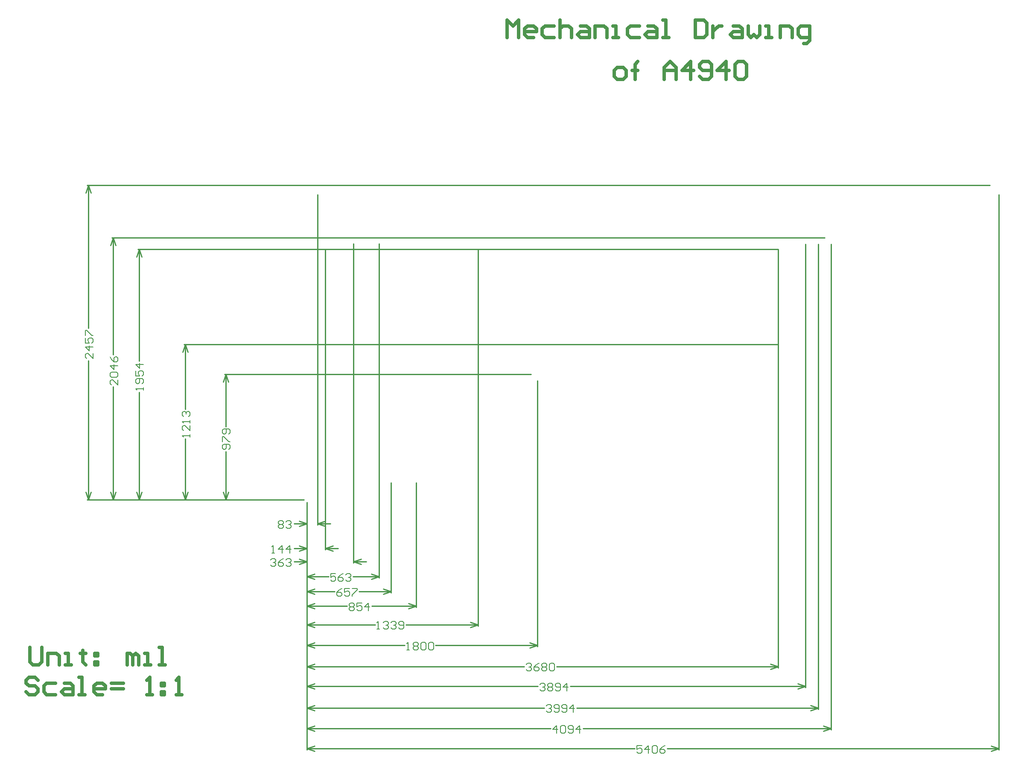
<source format=gm1>
G04*
G04 #@! TF.GenerationSoftware,Altium Limited,Altium Designer,20.0.7 (75)*
G04*
G04 Layer_Color=16711935*
%FSLAX25Y25*%
%MOIN*%
G70*
G01*
G75*
%ADD79C,0.01000*%
%ADD80C,0.02756*%
%ADD81C,0.00600*%
D79*
X3120472Y427165D02*
X3126472Y429165D01*
X3120472Y427165D02*
X3126472Y425165D01*
X3482500D02*
X3488500Y427165D01*
X3482500Y429165D02*
X3488500Y427165D01*
X3120472D02*
X3290290D01*
X3315483D02*
X3488500D01*
X3120472Y426165D02*
Y555299D01*
X3488500Y426165D02*
Y752913D01*
X3120472Y394882D02*
X3126472Y396882D01*
X3120472Y394882D02*
X3126472Y392882D01*
X3513900D02*
X3519900Y394882D01*
X3513900Y396882D02*
X3519900Y394882D01*
X3120472D02*
X3305990D01*
X3331183D02*
X3519900D01*
X3120472Y393882D02*
Y555299D01*
X3519900Y393882D02*
Y756903D01*
X3120472Y411811D02*
X3126472Y413811D01*
X3120472Y411811D02*
X3126472Y409811D01*
X3503900D02*
X3509900Y411811D01*
X3503900Y413811D02*
X3509900Y411811D01*
X3120472D02*
X3300990D01*
X3326183D02*
X3509900D01*
X3120472Y410811D02*
Y555299D01*
X3509900Y410811D02*
Y756903D01*
X3120472Y378740D02*
X3126472Y380740D01*
X3120472Y378740D02*
X3126472Y376740D01*
X3523900D02*
X3529900Y378740D01*
X3523900Y380740D02*
X3529900Y378740D01*
X3120472D02*
X3310990D01*
X3336183D02*
X3529900D01*
X3120472Y377740D02*
Y555299D01*
X3529900Y377740D02*
Y756903D01*
X3120472Y362992D02*
X3126472Y364992D01*
X3120472Y362992D02*
X3126472Y360992D01*
X3655024D02*
X3661024Y362992D01*
X3655024Y364992D02*
X3661024Y362992D01*
X3120472D02*
X3376551D01*
X3401744D02*
X3661024D01*
X3120472Y361992D02*
Y555299D01*
X3661024Y361992D02*
Y795840D01*
X3120472Y459842D02*
X3126472Y461842D01*
X3120472Y459842D02*
X3126472Y457842D01*
X3248331D02*
X3254331Y459842D01*
X3248331Y461842D02*
X3254331Y459842D01*
X3120472D02*
X3173705D01*
X3197898D02*
X3254331D01*
X3120472Y458843D02*
Y555299D01*
X3254331Y458843D02*
Y752913D01*
X3120472Y497244D02*
X3126472Y499244D01*
X3120472Y497244D02*
X3126472Y495244D01*
X3170772D02*
X3176772Y497244D01*
X3170772Y499244D02*
X3176772Y497244D01*
X3120472D02*
X3137425D01*
X3156619D02*
X3176772D01*
X3120472Y496244D02*
Y555299D01*
X3176772Y496244D02*
Y757455D01*
X3120472Y443701D02*
X3126472Y445701D01*
X3120472Y443701D02*
X3126472Y441701D01*
X3294472D02*
X3300471Y443701D01*
X3294472Y445701D02*
X3300471Y443701D01*
X3120472D02*
X3196775D01*
X3220969D02*
X3300471D01*
X3120472Y442701D02*
Y555299D01*
X3300471Y442701D02*
Y650414D01*
X3156772Y509055D02*
X3162772Y511055D01*
X3156772Y509055D02*
X3162772Y507055D01*
X3114472D02*
X3120472Y509055D01*
X3114472Y511055D02*
X3120472Y509055D01*
X3156772D02*
X3166772D01*
X3110472D02*
X3120472D01*
Y508055D02*
Y555299D01*
X3156772Y508055D02*
Y757455D01*
X3120472Y485827D02*
X3126472Y487827D01*
X3120472Y485827D02*
X3126472Y483827D01*
X3180220D02*
X3186221Y485827D01*
X3180220Y487827D02*
X3186221Y485827D01*
X3120472D02*
X3142149D01*
X3161344D02*
X3186221D01*
X3120472Y484827D02*
Y555299D01*
X3186221Y484827D02*
Y570793D01*
X3120472Y474409D02*
X3126472Y476409D01*
X3120472Y474409D02*
X3126472Y472409D01*
X3199906D02*
X3205906Y474409D01*
X3199906Y476409D02*
X3205906Y474409D01*
X3120472D02*
X3151992D01*
X3171186D02*
X3205906D01*
X3120472Y473410D02*
Y555299D01*
X3205906Y473410D02*
Y570793D01*
X3134851Y519291D02*
X3140851Y521291D01*
X3134851Y519291D02*
X3140851Y517291D01*
X3114472D02*
X3120472Y519291D01*
X3114472Y521291D02*
X3120472Y519291D01*
X3134851D02*
X3144851D01*
X3110472D02*
X3120472D01*
Y518291D02*
Y555299D01*
X3134851Y518291D02*
Y752913D01*
X3128740Y538583D02*
X3134740Y540583D01*
X3128740Y538583D02*
X3134740Y536583D01*
X3114472D02*
X3120472Y538583D01*
X3114472Y540583D02*
X3120472Y538583D01*
X3128740D02*
X3138740D01*
X3110472D02*
X3120472D01*
Y537583D02*
Y555299D01*
X3128740Y537583D02*
Y795840D01*
X2948000Y563480D02*
X2950000Y557480D01*
X2952000Y563480D01*
X2950000Y803150D02*
X2952000Y797150D01*
X2948000D02*
X2950000Y803150D01*
Y557480D02*
Y666118D01*
Y691311D02*
Y803150D01*
X2949000Y557480D02*
X3118291D01*
X2949000Y803150D02*
X3653714D01*
X2967291Y563480D02*
X2969291Y557480D01*
X2971291Y563480D01*
X2969291Y762047D02*
X2971291Y756047D01*
X2967291D02*
X2969291Y762047D01*
Y557480D02*
Y645567D01*
Y670760D02*
Y762047D01*
X2968291Y557480D02*
X3118291D01*
X2968291Y762047D02*
X3524756D01*
X2987370Y563480D02*
X2989370Y557480D01*
X2991370Y563480D01*
X2989370Y752913D02*
X2991370Y746913D01*
X2987370D02*
X2989370Y752913D01*
Y557480D02*
Y641500D01*
Y665694D02*
Y752913D01*
X2988370Y557480D02*
X3118291D01*
X2988370Y752913D02*
X3488500D01*
X3023591Y563480D02*
X3025591Y557480D01*
X3027591Y563480D01*
X3025591Y678740D02*
X3027591Y672740D01*
X3023591D02*
X3025591Y678740D01*
Y557480D02*
Y604914D01*
Y628107D02*
Y678740D01*
X3024591Y557480D02*
X3118291D01*
X3024591Y678740D02*
X3488500D01*
X3055087Y563480D02*
X3057087Y557480D01*
X3059087Y563480D01*
X3057087Y655361D02*
X3059087Y649361D01*
X3055087D02*
X3057087Y655361D01*
Y557480D02*
Y595223D01*
Y614418D02*
Y655361D01*
X3056087Y557480D02*
X3118291D01*
X3056087Y655361D02*
X3295525D01*
D80*
X2910463Y416499D02*
X2908167Y418795D01*
X2903575D01*
X2901279Y416499D01*
Y414203D01*
X2903575Y411907D01*
X2908167D01*
X2910463Y409611D01*
Y407315D01*
X2908167Y405020D01*
X2903575D01*
X2901279Y407315D01*
X2924238Y414203D02*
X2917350D01*
X2915055Y411907D01*
Y407315D01*
X2917350Y405020D01*
X2924238D01*
X2931125Y414203D02*
X2935717D01*
X2938013Y411907D01*
Y405020D01*
X2931125D01*
X2928830Y407315D01*
X2931125Y409611D01*
X2938013D01*
X2942605Y405020D02*
X2947196D01*
X2944901D01*
Y418795D01*
X2942605D01*
X2960971Y405020D02*
X2956380D01*
X2954084Y407315D01*
Y411907D01*
X2956380Y414203D01*
X2960971D01*
X2963267Y411907D01*
Y409611D01*
X2954084D01*
X2967859D02*
X2977043D01*
X2967859Y414203D02*
X2977043D01*
X2995409Y405020D02*
X3000001D01*
X2997705D01*
Y418795D01*
X2995409Y416499D01*
X3006889Y414203D02*
X3009184D01*
Y411907D01*
X3006889D01*
Y414203D01*
Y407315D02*
X3009184D01*
Y405020D01*
X3006889D01*
Y407315D01*
X3018368Y405020D02*
X3022959D01*
X3020663D01*
Y418795D01*
X3018368Y416499D01*
X2904331Y442122D02*
Y430642D01*
X2906627Y428346D01*
X2911218D01*
X2913514Y430642D01*
Y442122D01*
X2918106Y428346D02*
Y437530D01*
X2924993D01*
X2927289Y435234D01*
Y428346D01*
X2931881D02*
X2936473D01*
X2934177D01*
Y437530D01*
X2931881D01*
X2945656Y439826D02*
Y437530D01*
X2943360D01*
X2947952D01*
X2945656D01*
Y430642D01*
X2947952Y428346D01*
X2954839Y437530D02*
X2957135D01*
Y435234D01*
X2954839D01*
Y437530D01*
Y430642D02*
X2957135D01*
Y428346D01*
X2954839D01*
Y430642D01*
X2980094Y428346D02*
Y437530D01*
X2982389D01*
X2984685Y435234D01*
Y428346D01*
Y435234D01*
X2986981Y437530D01*
X2989277Y435234D01*
Y428346D01*
X2993869D02*
X2998460D01*
X2996165D01*
Y437530D01*
X2993869D01*
X3005348Y428346D02*
X3009940D01*
X3007644D01*
Y442122D01*
X3005348D01*
X3276772Y918371D02*
Y932146D01*
X3281363Y927555D01*
X3285955Y932146D01*
Y918371D01*
X3297434D02*
X3292842D01*
X3290547Y920667D01*
Y925259D01*
X3292842Y927555D01*
X3297434D01*
X3299730Y925259D01*
Y922963D01*
X3290547D01*
X3313505Y927555D02*
X3306618D01*
X3304322Y925259D01*
Y920667D01*
X3306618Y918371D01*
X3313505D01*
X3318097Y932146D02*
Y918371D01*
Y925259D01*
X3320393Y927555D01*
X3324984D01*
X3327280Y925259D01*
Y918371D01*
X3334168Y927555D02*
X3338760D01*
X3341055Y925259D01*
Y918371D01*
X3334168D01*
X3331872Y920667D01*
X3334168Y922963D01*
X3341055D01*
X3345647Y918371D02*
Y927555D01*
X3352534D01*
X3354831Y925259D01*
Y918371D01*
X3359422D02*
X3364014D01*
X3361718D01*
Y927555D01*
X3359422D01*
X3380085D02*
X3373197D01*
X3370901Y925259D01*
Y920667D01*
X3373197Y918371D01*
X3380085D01*
X3386972Y927555D02*
X3391564D01*
X3393860Y925259D01*
Y918371D01*
X3386972D01*
X3384676Y920667D01*
X3386972Y922963D01*
X3393860D01*
X3398452Y918371D02*
X3403043D01*
X3400747D01*
Y932146D01*
X3398452D01*
X3423706D02*
Y918371D01*
X3430593D01*
X3432889Y920667D01*
Y929850D01*
X3430593Y932146D01*
X3423706D01*
X3437481Y927555D02*
Y918371D01*
Y922963D01*
X3439777Y925259D01*
X3442073Y927555D01*
X3444368D01*
X3453552D02*
X3458144D01*
X3460439Y925259D01*
Y918371D01*
X3453552D01*
X3451256Y920667D01*
X3453552Y922963D01*
X3460439D01*
X3465031Y927555D02*
Y920667D01*
X3467327Y918371D01*
X3469623Y920667D01*
X3471918Y918371D01*
X3474215Y920667D01*
Y927555D01*
X3478806Y918371D02*
X3483398D01*
X3481102D01*
Y927555D01*
X3478806D01*
X3490285Y918371D02*
Y927555D01*
X3497173D01*
X3499469Y925259D01*
Y918371D01*
X3508652Y913780D02*
X3510948D01*
X3513244Y916075D01*
Y927555D01*
X3506356D01*
X3504060Y925259D01*
Y920667D01*
X3506356Y918371D01*
X3513244D01*
X3362926Y885827D02*
X3367517D01*
X3369813Y888123D01*
Y892714D01*
X3367517Y895010D01*
X3362926D01*
X3360630Y892714D01*
Y888123D01*
X3362926Y885827D01*
X3376701D02*
Y897306D01*
Y892714D01*
X3374405D01*
X3378997D01*
X3376701D01*
Y897306D01*
X3378997Y899602D01*
X3399659Y885827D02*
Y895010D01*
X3404251Y899602D01*
X3408843Y895010D01*
Y885827D01*
Y892714D01*
X3399659D01*
X3420322Y885827D02*
Y899602D01*
X3413434Y892714D01*
X3422618D01*
X3427209Y888123D02*
X3429505Y885827D01*
X3434097D01*
X3436393Y888123D01*
Y897306D01*
X3434097Y899602D01*
X3429505D01*
X3427209Y897306D01*
Y895010D01*
X3429505Y892714D01*
X3436393D01*
X3447872Y885827D02*
Y899602D01*
X3440985Y892714D01*
X3450168D01*
X3454760Y897306D02*
X3457056Y899602D01*
X3461647D01*
X3463943Y897306D01*
Y888123D01*
X3461647Y885827D01*
X3457056D01*
X3454760Y888123D01*
Y897306D01*
D81*
X3291890Y428565D02*
X3292889Y429564D01*
X3294889D01*
X3295889Y428565D01*
Y427565D01*
X3294889Y426565D01*
X3293889D01*
X3294889D01*
X3295889Y425566D01*
Y424566D01*
X3294889Y423566D01*
X3292889D01*
X3291890Y424566D01*
X3301886Y429564D02*
X3299887Y428565D01*
X3297888Y426565D01*
Y424566D01*
X3298888Y423566D01*
X3300887D01*
X3301886Y424566D01*
Y425566D01*
X3300887Y426565D01*
X3297888D01*
X3303886Y428565D02*
X3304885Y429564D01*
X3306885D01*
X3307885Y428565D01*
Y427565D01*
X3306885Y426565D01*
X3307885Y425566D01*
Y424566D01*
X3306885Y423566D01*
X3304885D01*
X3303886Y424566D01*
Y425566D01*
X3304885Y426565D01*
X3303886Y427565D01*
Y428565D01*
X3304885Y426565D02*
X3306885D01*
X3309884Y428565D02*
X3310884Y429564D01*
X3312883D01*
X3313883Y428565D01*
Y424566D01*
X3312883Y423566D01*
X3310884D01*
X3309884Y424566D01*
Y428565D01*
X3307590Y396281D02*
X3308590Y397281D01*
X3310589D01*
X3311589Y396281D01*
Y395282D01*
X3310589Y394282D01*
X3309589D01*
X3310589D01*
X3311589Y393282D01*
Y392283D01*
X3310589Y391283D01*
X3308590D01*
X3307590Y392283D01*
X3313588D02*
X3314587Y391283D01*
X3316587D01*
X3317587Y392283D01*
Y396281D01*
X3316587Y397281D01*
X3314587D01*
X3313588Y396281D01*
Y395282D01*
X3314587Y394282D01*
X3317587D01*
X3319586Y392283D02*
X3320586Y391283D01*
X3322585D01*
X3323585Y392283D01*
Y396281D01*
X3322585Y397281D01*
X3320586D01*
X3319586Y396281D01*
Y395282D01*
X3320586Y394282D01*
X3323585D01*
X3328583Y391283D02*
Y397281D01*
X3325584Y394282D01*
X3329583D01*
X3302590Y413210D02*
X3303590Y414210D01*
X3305589D01*
X3306588Y413210D01*
Y412211D01*
X3305589Y411211D01*
X3304589D01*
X3305589D01*
X3306588Y410211D01*
Y409212D01*
X3305589Y408212D01*
X3303590D01*
X3302590Y409212D01*
X3308588Y413210D02*
X3309587Y414210D01*
X3311587D01*
X3312587Y413210D01*
Y412211D01*
X3311587Y411211D01*
X3312587Y410211D01*
Y409212D01*
X3311587Y408212D01*
X3309587D01*
X3308588Y409212D01*
Y410211D01*
X3309587Y411211D01*
X3308588Y412211D01*
Y413210D01*
X3309587Y411211D02*
X3311587D01*
X3314586Y409212D02*
X3315586Y408212D01*
X3317585D01*
X3318584Y409212D01*
Y413210D01*
X3317585Y414210D01*
X3315586D01*
X3314586Y413210D01*
Y412211D01*
X3315586Y411211D01*
X3318584D01*
X3323583Y408212D02*
Y414210D01*
X3320584Y411211D01*
X3324583D01*
X3315589Y375141D02*
Y381139D01*
X3312590Y378140D01*
X3316589D01*
X3318588Y380139D02*
X3319587Y381139D01*
X3321587D01*
X3322586Y380139D01*
Y376141D01*
X3321587Y375141D01*
X3319587D01*
X3318588Y376141D01*
Y380139D01*
X3324586Y376141D02*
X3325586Y375141D01*
X3327585D01*
X3328585Y376141D01*
Y380139D01*
X3327585Y381139D01*
X3325586D01*
X3324586Y380139D01*
Y379140D01*
X3325586Y378140D01*
X3328585D01*
X3333583Y375141D02*
Y381139D01*
X3330584Y378140D01*
X3334583D01*
X3382150Y365391D02*
X3378152D01*
Y362392D01*
X3380151Y363392D01*
X3381150D01*
X3382150Y362392D01*
Y360393D01*
X3381150Y359393D01*
X3379151D01*
X3378152Y360393D01*
X3387149Y359393D02*
Y365391D01*
X3384150Y362392D01*
X3388148D01*
X3390148Y364391D02*
X3391147Y365391D01*
X3393147D01*
X3394146Y364391D01*
Y360393D01*
X3393147Y359393D01*
X3391147D01*
X3390148Y360393D01*
Y364391D01*
X3400145Y365391D02*
X3398145Y364391D01*
X3396146Y362392D01*
Y360393D01*
X3397145Y359393D01*
X3399145D01*
X3400145Y360393D01*
Y361392D01*
X3399145Y362392D01*
X3396146D01*
X3175305Y456244D02*
X3177304D01*
X3176305D01*
Y462242D01*
X3175305Y461242D01*
X3180303D02*
X3181303Y462242D01*
X3183302D01*
X3184302Y461242D01*
Y460242D01*
X3183302Y459242D01*
X3182303D01*
X3183302D01*
X3184302Y458243D01*
Y457243D01*
X3183302Y456244D01*
X3181303D01*
X3180303Y457243D01*
X3186301Y461242D02*
X3187301Y462242D01*
X3189300D01*
X3190300Y461242D01*
Y460242D01*
X3189300Y459242D01*
X3188301D01*
X3189300D01*
X3190300Y458243D01*
Y457243D01*
X3189300Y456244D01*
X3187301D01*
X3186301Y457243D01*
X3192299D02*
X3193299Y456244D01*
X3195299D01*
X3196298Y457243D01*
Y461242D01*
X3195299Y462242D01*
X3193299D01*
X3192299Y461242D01*
Y460242D01*
X3193299Y459242D01*
X3196298D01*
X3143023Y499643D02*
X3139025D01*
Y496644D01*
X3141024Y497644D01*
X3142024D01*
X3143023Y496644D01*
Y494645D01*
X3142024Y493645D01*
X3140024D01*
X3139025Y494645D01*
X3149021Y499643D02*
X3147022Y498643D01*
X3145023Y496644D01*
Y494645D01*
X3146022Y493645D01*
X3148022D01*
X3149021Y494645D01*
Y495644D01*
X3148022Y496644D01*
X3145023D01*
X3151021Y498643D02*
X3152020Y499643D01*
X3154020D01*
X3155020Y498643D01*
Y497644D01*
X3154020Y496644D01*
X3153020D01*
X3154020D01*
X3155020Y495644D01*
Y494645D01*
X3154020Y493645D01*
X3152020D01*
X3151021Y494645D01*
X3198375Y440102D02*
X3200375D01*
X3199375D01*
Y446100D01*
X3198375Y445100D01*
X3203374D02*
X3204374Y446100D01*
X3206373D01*
X3207373Y445100D01*
Y444101D01*
X3206373Y443101D01*
X3207373Y442101D01*
Y441101D01*
X3206373Y440102D01*
X3204374D01*
X3203374Y441101D01*
Y442101D01*
X3204374Y443101D01*
X3203374Y444101D01*
Y445100D01*
X3204374Y443101D02*
X3206373D01*
X3209372Y445100D02*
X3210371Y446100D01*
X3212371D01*
X3213371Y445100D01*
Y441101D01*
X3212371Y440102D01*
X3210371D01*
X3209372Y441101D01*
Y445100D01*
X3215370D02*
X3216370Y446100D01*
X3218369D01*
X3219369Y445100D01*
Y441101D01*
X3218369Y440102D01*
X3216370D01*
X3215370Y441101D01*
Y445100D01*
X3092278Y510455D02*
X3093277Y511454D01*
X3095277D01*
X3096276Y510455D01*
Y509455D01*
X3095277Y508455D01*
X3094277D01*
X3095277D01*
X3096276Y507455D01*
Y506456D01*
X3095277Y505456D01*
X3093277D01*
X3092278Y506456D01*
X3102274Y511454D02*
X3100275Y510455D01*
X3098276Y508455D01*
Y506456D01*
X3099275Y505456D01*
X3101275D01*
X3102274Y506456D01*
Y507455D01*
X3101275Y508455D01*
X3098276D01*
X3104274Y510455D02*
X3105273Y511454D01*
X3107273D01*
X3108272Y510455D01*
Y509455D01*
X3107273Y508455D01*
X3106273D01*
X3107273D01*
X3108272Y507455D01*
Y506456D01*
X3107273Y505456D01*
X3105273D01*
X3104274Y506456D01*
X3147748Y488226D02*
X3145748Y487226D01*
X3143749Y485227D01*
Y483227D01*
X3144749Y482228D01*
X3146748D01*
X3147748Y483227D01*
Y484227D01*
X3146748Y485227D01*
X3143749D01*
X3153746Y488226D02*
X3149747D01*
Y485227D01*
X3151746Y486227D01*
X3152746D01*
X3153746Y485227D01*
Y483227D01*
X3152746Y482228D01*
X3150747D01*
X3149747Y483227D01*
X3155745Y488226D02*
X3159744D01*
Y487226D01*
X3155745Y483227D01*
Y482228D01*
X3153592Y475809D02*
X3154591Y476809D01*
X3156591D01*
X3157590Y475809D01*
Y474809D01*
X3156591Y473809D01*
X3157590Y472810D01*
Y471810D01*
X3156591Y470810D01*
X3154591D01*
X3153592Y471810D01*
Y472810D01*
X3154591Y473809D01*
X3153592Y474809D01*
Y475809D01*
X3154591Y473809D02*
X3156591D01*
X3163588Y476809D02*
X3159590D01*
Y473809D01*
X3161589Y474809D01*
X3162589D01*
X3163588Y473809D01*
Y471810D01*
X3162589Y470810D01*
X3160589D01*
X3159590Y471810D01*
X3168587Y470810D02*
Y476809D01*
X3165588Y473809D01*
X3169586D01*
X3093277Y515692D02*
X3095277D01*
X3094277D01*
Y521690D01*
X3093277Y520691D01*
X3101275Y515692D02*
Y521690D01*
X3098276Y518691D01*
X3102274D01*
X3107273Y515692D02*
Y521690D01*
X3104274Y518691D01*
X3108272D01*
X3098276Y539982D02*
X3099275Y540982D01*
X3101275D01*
X3102274Y539982D01*
Y538982D01*
X3101275Y537983D01*
X3102274Y536983D01*
Y535983D01*
X3101275Y534984D01*
X3099275D01*
X3098276Y535983D01*
Y536983D01*
X3099275Y537983D01*
X3098276Y538982D01*
Y539982D01*
X3099275Y537983D02*
X3101275D01*
X3104274Y539982D02*
X3105273Y540982D01*
X3107273D01*
X3108272Y539982D01*
Y538982D01*
X3107273Y537983D01*
X3106273D01*
X3107273D01*
X3108272Y536983D01*
Y535983D01*
X3107273Y534984D01*
X3105273D01*
X3104274Y535983D01*
X2953599Y671717D02*
Y667719D01*
X2949600Y671717D01*
X2948601D01*
X2947601Y670717D01*
Y668718D01*
X2948601Y667719D01*
X2953599Y676716D02*
X2947601D01*
X2950600Y673717D01*
Y677715D01*
X2947601Y683713D02*
Y679715D01*
X2950600D01*
X2949600Y681714D01*
Y682714D01*
X2950600Y683713D01*
X2952599D01*
X2953599Y682714D01*
Y680714D01*
X2952599Y679715D01*
X2947601Y685713D02*
Y689711D01*
X2948601D01*
X2952599Y685713D01*
X2953599D01*
X2972890Y651166D02*
Y647167D01*
X2968892Y651166D01*
X2967892D01*
X2966892Y650166D01*
Y648167D01*
X2967892Y647167D01*
Y653165D02*
X2966892Y654165D01*
Y656164D01*
X2967892Y657164D01*
X2971891D01*
X2972890Y656164D01*
Y654165D01*
X2971891Y653165D01*
X2967892D01*
X2972890Y662162D02*
X2966892D01*
X2969891Y659164D01*
Y663162D01*
X2966892Y669160D02*
X2967892Y667161D01*
X2969891Y665162D01*
X2971891D01*
X2972890Y666161D01*
Y668160D01*
X2971891Y669160D01*
X2970891D01*
X2969891Y668160D01*
Y665162D01*
X2992969Y643100D02*
Y645100D01*
Y644100D01*
X2986971D01*
X2987971Y643100D01*
X2991969Y648099D02*
X2992969Y649098D01*
Y651098D01*
X2991969Y652097D01*
X2987971D01*
X2986971Y651098D01*
Y649098D01*
X2987971Y648099D01*
X2988970D01*
X2989970Y649098D01*
Y652097D01*
X2986971Y658095D02*
Y654097D01*
X2989970D01*
X2988970Y656096D01*
Y657096D01*
X2989970Y658095D01*
X2991969D01*
X2992969Y657096D01*
Y655096D01*
X2991969Y654097D01*
X2992969Y663094D02*
X2986971D01*
X2989970Y660095D01*
Y664093D01*
X3029190Y606514D02*
Y608513D01*
Y607513D01*
X3023191D01*
X3024191Y606514D01*
X3029190Y615511D02*
Y611512D01*
X3025191Y615511D01*
X3024191D01*
X3023191Y614511D01*
Y612511D01*
X3024191Y611512D01*
X3029190Y617510D02*
Y619509D01*
Y618510D01*
X3023191D01*
X3024191Y617510D01*
Y622508D02*
X3023191Y623508D01*
Y625507D01*
X3024191Y626507D01*
X3025191D01*
X3026191Y625507D01*
Y624508D01*
Y625507D01*
X3027190Y626507D01*
X3028190D01*
X3029190Y625507D01*
Y623508D01*
X3028190Y622508D01*
X3059686Y596823D02*
X3060686Y597823D01*
Y599822D01*
X3059686Y600822D01*
X3055687D01*
X3054688Y599822D01*
Y597823D01*
X3055687Y596823D01*
X3056687D01*
X3057687Y597823D01*
Y600822D01*
X3054688Y602821D02*
Y606820D01*
X3055687D01*
X3059686Y602821D01*
X3060686D01*
X3059686Y608819D02*
X3060686Y609819D01*
Y611818D01*
X3059686Y612818D01*
X3055687D01*
X3054688Y611818D01*
Y609819D01*
X3055687Y608819D01*
X3056687D01*
X3057687Y609819D01*
Y612818D01*
M02*

</source>
